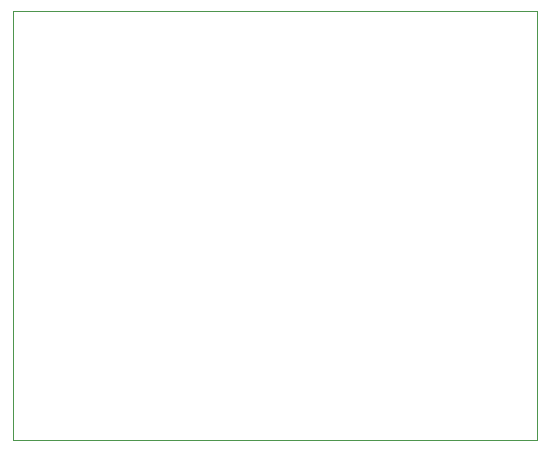
<source format=gm1>
G04 #@! TF.GenerationSoftware,KiCad,Pcbnew,(5.1.0-1548-g3fefe01d2)*
G04 #@! TF.CreationDate,2019-08-20T19:22:30-04:00*
G04 #@! TF.ProjectId,MotorcycleSpeedo,4d6f746f-7263-4796-936c-655370656564,rev?*
G04 #@! TF.SameCoordinates,Original*
G04 #@! TF.FileFunction,Profile,NP*
%FSLAX46Y46*%
G04 Gerber Fmt 4.6, Leading zero omitted, Abs format (unit mm)*
G04 Created by KiCad (PCBNEW (5.1.0-1548-g3fefe01d2)) date 2019-08-20 19:22:30*
%MOMM*%
%LPD*%
G04 APERTURE LIST*
%ADD10C,0.050000*%
G04 APERTURE END LIST*
D10*
X95600000Y-74400000D02*
X95600000Y-110700000D01*
X139900000Y-74400000D02*
X95600000Y-74400000D01*
X139900000Y-110700000D02*
X139900000Y-74400000D01*
X95600000Y-110700000D02*
X139900000Y-110700000D01*
M02*

</source>
